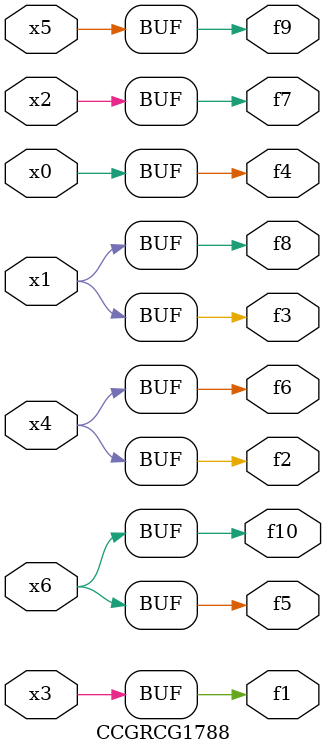
<source format=v>
module CCGRCG1788(
	input x0, x1, x2, x3, x4, x5, x6,
	output f1, f2, f3, f4, f5, f6, f7, f8, f9, f10
);
	assign f1 = x3;
	assign f2 = x4;
	assign f3 = x1;
	assign f4 = x0;
	assign f5 = x6;
	assign f6 = x4;
	assign f7 = x2;
	assign f8 = x1;
	assign f9 = x5;
	assign f10 = x6;
endmodule

</source>
